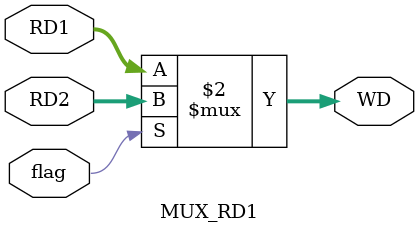
<source format=v>
`timescale 1ns / 1ps
module MUX_RD1(
    input [31:0] RD1,
    input [31:0] RD2,
    input flag,
    output [31:0] WD
    );
	 
	 assign WD = (flag == 0)?RD1:RD2;


endmodule

</source>
